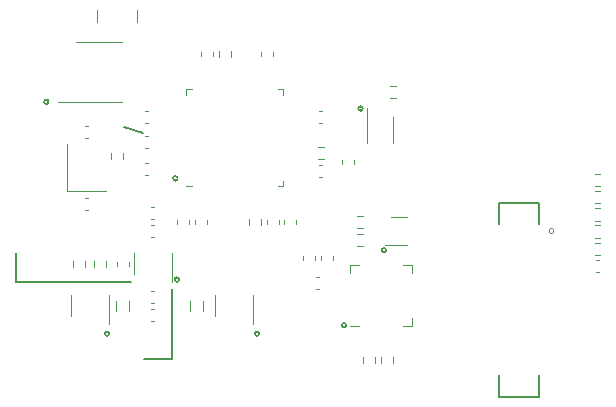
<source format=gbr>
%TF.GenerationSoftware,KiCad,Pcbnew,(5.1.9)-1*%
%TF.CreationDate,2021-07-06T15:29:22+07:00*%
%TF.ProjectId,UP_BOARD,55505f42-4f41-4524-942e-6b696361645f,rev?*%
%TF.SameCoordinates,Original*%
%TF.FileFunction,Legend,Bot*%
%TF.FilePolarity,Positive*%
%FSLAX46Y46*%
G04 Gerber Fmt 4.6, Leading zero omitted, Abs format (unit mm)*
G04 Created by KiCad (PCBNEW (5.1.9)-1) date 2021-07-06 15:29:22*
%MOMM*%
%LPD*%
G01*
G04 APERTURE LIST*
%ADD10C,0.150000*%
%ADD11C,0.120000*%
%ADD12C,0.127000*%
G04 APERTURE END LIST*
D10*
X95186500Y-106045000D02*
G75*
G03*
X95186500Y-106045000I-190500J0D01*
G01*
X77660500Y-108521500D02*
G75*
G03*
X77660500Y-108521500I-190500J0D01*
G01*
X84455000Y-113093500D02*
G75*
G03*
X84455000Y-113093500I-190500J0D01*
G01*
X71755000Y-113093500D02*
G75*
G03*
X71755000Y-113093500I-190500J0D01*
G01*
X66611500Y-93472000D02*
G75*
G03*
X66611500Y-93472000I-190500J0D01*
G01*
X93218000Y-94043500D02*
G75*
G03*
X93218000Y-94043500I-190500J0D01*
G01*
X91821000Y-112395000D02*
G75*
G03*
X91821000Y-112395000I-190500J0D01*
G01*
X77533500Y-99949000D02*
G75*
G03*
X77533500Y-99949000I-190500J0D01*
G01*
X77025500Y-115252500D02*
X74676000Y-115252500D01*
X77025500Y-109283500D02*
X77025500Y-115252500D01*
X63817500Y-108712000D02*
X63817500Y-106299000D01*
X73596500Y-108712000D02*
X63817500Y-108712000D01*
X74612500Y-96075500D02*
X72961500Y-95631000D01*
D11*
%TO.C,C1*%
X75297420Y-112016000D02*
X75578580Y-112016000D01*
X75297420Y-110996000D02*
X75578580Y-110996000D01*
%TO.C,C2*%
X75297420Y-110492000D02*
X75578580Y-110492000D01*
X75297420Y-109472000D02*
X75578580Y-109472000D01*
%TO.C,C3*%
X80012000Y-103491420D02*
X80012000Y-103772580D01*
X78992000Y-103491420D02*
X78992000Y-103772580D01*
%TO.C,C4*%
X80520000Y-89548580D02*
X80520000Y-89267420D01*
X79500000Y-89548580D02*
X79500000Y-89267420D01*
%TO.C,C5*%
X75070580Y-94232000D02*
X74789420Y-94232000D01*
X75070580Y-95252000D02*
X74789420Y-95252000D01*
%TO.C,C6*%
X85600000Y-89548580D02*
X85600000Y-89267420D01*
X84580000Y-89548580D02*
X84580000Y-89267420D01*
%TO.C,C8*%
X73408000Y-107047420D02*
X73408000Y-107328580D01*
X72388000Y-107047420D02*
X72388000Y-107328580D01*
%TO.C,C7*%
X77468000Y-103491420D02*
X77468000Y-103772580D01*
X78488000Y-103491420D02*
X78488000Y-103772580D01*
%TO.C,C10*%
X75578580Y-104904000D02*
X75297420Y-104904000D01*
X75578580Y-103884000D02*
X75297420Y-103884000D01*
%TO.C,C12*%
X75578580Y-103380000D02*
X75297420Y-103380000D01*
X75578580Y-102360000D02*
X75297420Y-102360000D01*
%TO.C,C11*%
X75070580Y-99697000D02*
X74789420Y-99697000D01*
X75070580Y-98677000D02*
X74789420Y-98677000D01*
%TO.C,C13*%
X85088000Y-103491420D02*
X85088000Y-103772580D01*
X86108000Y-103491420D02*
X86108000Y-103772580D01*
%TO.C,C14*%
X75070580Y-97411000D02*
X74789420Y-97411000D01*
X75070580Y-96391000D02*
X74789420Y-96391000D01*
%TO.C,C15*%
X89521420Y-94232000D02*
X89802580Y-94232000D01*
X89521420Y-95252000D02*
X89802580Y-95252000D01*
%TO.C,C16*%
X69709420Y-102618000D02*
X69990580Y-102618000D01*
X69709420Y-101598000D02*
X69990580Y-101598000D01*
%TO.C,C17*%
X69990580Y-95502000D02*
X69709420Y-95502000D01*
X69990580Y-96522000D02*
X69709420Y-96522000D01*
%TO.C,C18*%
X89521420Y-98804000D02*
X89802580Y-98804000D01*
X89521420Y-99824000D02*
X89802580Y-99824000D01*
%TO.C,L1*%
X72338000Y-111143622D02*
X72338000Y-110344378D01*
X73458000Y-111143622D02*
X73458000Y-110344378D01*
%TO.C,R2*%
X112856242Y-105395500D02*
X113330758Y-105395500D01*
X112856242Y-106440500D02*
X113330758Y-106440500D01*
%TO.C,R8*%
X70470500Y-106950742D02*
X70470500Y-107425258D01*
X71515500Y-106950742D02*
X71515500Y-107425258D01*
%TO.C,R9*%
X69737500Y-106950742D02*
X69737500Y-107425258D01*
X68692500Y-106950742D02*
X68692500Y-107425258D01*
%TO.C,R11*%
X89899258Y-98312500D02*
X89424742Y-98312500D01*
X89899258Y-97267500D02*
X89424742Y-97267500D01*
%TO.C,R12*%
X71867500Y-98281258D02*
X71867500Y-97806742D01*
X72912500Y-98281258D02*
X72912500Y-97806742D01*
%TO.C,R13*%
X84596500Y-103869258D02*
X84596500Y-103394742D01*
X83551500Y-103869258D02*
X83551500Y-103394742D01*
%TO.C,R14*%
X95995258Y-93169000D02*
X95520742Y-93169000D01*
X95995258Y-92124000D02*
X95520742Y-92124000D01*
%TO.C,U1*%
X77048000Y-106288000D02*
X77048000Y-108738000D01*
X73828000Y-108088000D02*
X73828000Y-106288000D01*
%TO.C,U2*%
X71714000Y-109844000D02*
X71714000Y-112294000D01*
X68494000Y-111644000D02*
X68494000Y-109844000D01*
%TO.C,U3*%
X70866000Y-93492000D02*
X67416000Y-93492000D01*
X70866000Y-93492000D02*
X72816000Y-93492000D01*
X70866000Y-88372000D02*
X68916000Y-88372000D01*
X70866000Y-88372000D02*
X72816000Y-88372000D01*
%TO.C,U4*%
X78737200Y-100630000D02*
X78262200Y-100630000D01*
X86482200Y-92410000D02*
X86482200Y-92885000D01*
X86007200Y-92410000D02*
X86482200Y-92410000D01*
X78262200Y-92410000D02*
X78262200Y-92885000D01*
X78737200Y-92410000D02*
X78262200Y-92410000D01*
X86482200Y-100630000D02*
X86482200Y-100155000D01*
X86007200Y-100630000D02*
X86482200Y-100630000D01*
%TO.C,Y1*%
X68200000Y-101060000D02*
X68200000Y-97060000D01*
X71500000Y-101060000D02*
X68200000Y-101060000D01*
%TO.C,C19*%
X88136000Y-106539420D02*
X88136000Y-106820580D01*
X89156000Y-106539420D02*
X89156000Y-106820580D01*
%TO.C,C20*%
X89660000Y-106539420D02*
X89660000Y-106820580D01*
X90680000Y-106539420D02*
X90680000Y-106820580D01*
%TO.C,C21*%
X87568500Y-103772580D02*
X87568500Y-103491420D01*
X86548500Y-103772580D02*
X86548500Y-103491420D01*
%TO.C,C22*%
X113234080Y-107888500D02*
X112952920Y-107888500D01*
X113234080Y-106868500D02*
X112952920Y-106868500D01*
%TO.C,C23*%
X89267420Y-108329000D02*
X89548580Y-108329000D01*
X89267420Y-109349000D02*
X89548580Y-109349000D01*
%TO.C,Q3*%
X96966000Y-105554000D02*
X95066000Y-105554000D01*
X95566000Y-103234000D02*
X96966000Y-103234000D01*
%TO.C,R1*%
X81011500Y-89170742D02*
X81011500Y-89645258D01*
X82056500Y-89170742D02*
X82056500Y-89645258D01*
%TO.C,R17*%
X93201258Y-104154500D02*
X92726742Y-104154500D01*
X93201258Y-103109500D02*
X92726742Y-103109500D01*
%TO.C,R18*%
X93201258Y-104633500D02*
X92726742Y-104633500D01*
X93201258Y-105678500D02*
X92726742Y-105678500D01*
%TO.C,R19*%
X112856242Y-103519500D02*
X113330758Y-103519500D01*
X112856242Y-102474500D02*
X113330758Y-102474500D01*
%TO.C,R20*%
X95772500Y-115078742D02*
X95772500Y-115553258D01*
X94727500Y-115078742D02*
X94727500Y-115553258D01*
%TO.C,R21*%
X93203500Y-115078742D02*
X93203500Y-115553258D01*
X94248500Y-115078742D02*
X94248500Y-115553258D01*
%TO.C,U5*%
X80686000Y-111644000D02*
X80686000Y-109844000D01*
X83906000Y-109844000D02*
X83906000Y-112294000D01*
%TO.C,U6*%
X96627000Y-112465000D02*
X97352000Y-112465000D01*
X97352000Y-112465000D02*
X97352000Y-111740000D01*
X92857000Y-107245000D02*
X92132000Y-107245000D01*
X92132000Y-107245000D02*
X92132000Y-107970000D01*
X96627000Y-107245000D02*
X97352000Y-107245000D01*
X97352000Y-107245000D02*
X97352000Y-107970000D01*
X92857000Y-112465000D02*
X92132000Y-112465000D01*
D12*
%TO.C,J2*%
X108159020Y-116622660D02*
X108159020Y-118422660D01*
X104759020Y-116622660D02*
X104759020Y-118422660D01*
X108156480Y-103841720D02*
X108156480Y-102041720D01*
X104756480Y-103841720D02*
X104756480Y-102041720D01*
X108159020Y-118422660D02*
X104759020Y-118422660D01*
X104756480Y-102041720D02*
X108156480Y-102041720D01*
D11*
X109415326Y-104399080D02*
G75*
G03*
X109415326Y-104399080I-215646J0D01*
G01*
%TO.C,C24*%
X91438000Y-98692580D02*
X91438000Y-98411420D01*
X92458000Y-98692580D02*
X92458000Y-98411420D01*
%TO.C,L2*%
X78561000Y-111143622D02*
X78561000Y-110344378D01*
X79681000Y-111143622D02*
X79681000Y-110344378D01*
%TO.C,R3*%
X113330758Y-104980000D02*
X112856242Y-104980000D01*
X113330758Y-103935000D02*
X112856242Y-103935000D01*
%TO.C,RN2*%
X74070000Y-85733000D02*
X74070000Y-86733000D01*
X70710000Y-85733000D02*
X70710000Y-86733000D01*
%TO.C,U7*%
X93578500Y-96985000D02*
X93578500Y-93985000D01*
X95778500Y-96985000D02*
X95778500Y-94785000D01*
%TO.C,R4*%
X112856242Y-99553500D02*
X113330758Y-99553500D01*
X112856242Y-100598500D02*
X113330758Y-100598500D01*
%TO.C,R5*%
X112856242Y-102059000D02*
X113330758Y-102059000D01*
X112856242Y-101014000D02*
X113330758Y-101014000D01*
%TD*%
M02*

</source>
